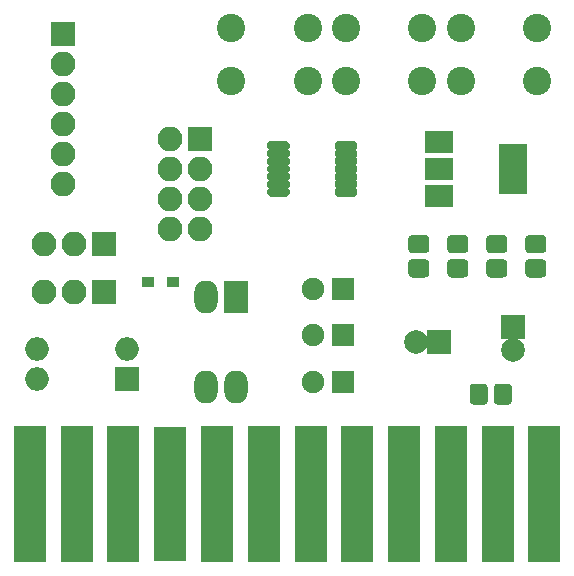
<source format=gbr>
%TF.GenerationSoftware,KiCad,Pcbnew,(5.1.6)-1*%
%TF.CreationDate,2020-09-04T20:31:26+02:00*%
%TF.ProjectId,c64modem,6336346d-6f64-4656-9d2e-6b696361645f,rev?*%
%TF.SameCoordinates,Original*%
%TF.FileFunction,Soldermask,Top*%
%TF.FilePolarity,Negative*%
%FSLAX46Y46*%
G04 Gerber Fmt 4.6, Leading zero omitted, Abs format (unit mm)*
G04 Created by KiCad (PCBNEW (5.1.6)-1) date 2020-09-04 20:31:26*
%MOMM*%
%LPD*%
G01*
G04 APERTURE LIST*
%ADD10R,2.400000X1.900000*%
%ADD11R,2.400000X4.200000*%
%ADD12O,2.100000X2.100000*%
%ADD13R,2.100000X2.100000*%
%ADD14O,2.000000X2.000000*%
%ADD15R,2.000000X2.000000*%
%ADD16C,2.400000*%
%ADD17O,1.900000X1.900000*%
%ADD18R,1.900000X1.900000*%
%ADD19R,1.000000X0.850000*%
%ADD20O,2.000000X2.800000*%
%ADD21R,2.000000X2.800000*%
%ADD22C,2.000000*%
%ADD23R,2.750000X11.500000*%
%ADD24R,2.750000X11.400000*%
G04 APERTURE END LIST*
D10*
%TO.C,U2*%
X161315000Y-75170000D03*
X161315000Y-79770000D03*
X161315000Y-77470000D03*
D11*
X167615000Y-77470000D03*
%TD*%
%TO.C,U1*%
G36*
G01*
X152547000Y-75705000D02*
X152547000Y-75305000D01*
G75*
G02*
X152747000Y-75105000I200000J0D01*
G01*
X154222000Y-75105000D01*
G75*
G02*
X154422000Y-75305000I0J-200000D01*
G01*
X154422000Y-75705000D01*
G75*
G02*
X154222000Y-75905000I-200000J0D01*
G01*
X152747000Y-75905000D01*
G75*
G02*
X152547000Y-75705000I0J200000D01*
G01*
G37*
G36*
G01*
X152547000Y-76355000D02*
X152547000Y-75955000D01*
G75*
G02*
X152747000Y-75755000I200000J0D01*
G01*
X154222000Y-75755000D01*
G75*
G02*
X154422000Y-75955000I0J-200000D01*
G01*
X154422000Y-76355000D01*
G75*
G02*
X154222000Y-76555000I-200000J0D01*
G01*
X152747000Y-76555000D01*
G75*
G02*
X152547000Y-76355000I0J200000D01*
G01*
G37*
G36*
G01*
X152547000Y-77005000D02*
X152547000Y-76605000D01*
G75*
G02*
X152747000Y-76405000I200000J0D01*
G01*
X154222000Y-76405000D01*
G75*
G02*
X154422000Y-76605000I0J-200000D01*
G01*
X154422000Y-77005000D01*
G75*
G02*
X154222000Y-77205000I-200000J0D01*
G01*
X152747000Y-77205000D01*
G75*
G02*
X152547000Y-77005000I0J200000D01*
G01*
G37*
G36*
G01*
X152547000Y-77655000D02*
X152547000Y-77255000D01*
G75*
G02*
X152747000Y-77055000I200000J0D01*
G01*
X154222000Y-77055000D01*
G75*
G02*
X154422000Y-77255000I0J-200000D01*
G01*
X154422000Y-77655000D01*
G75*
G02*
X154222000Y-77855000I-200000J0D01*
G01*
X152747000Y-77855000D01*
G75*
G02*
X152547000Y-77655000I0J200000D01*
G01*
G37*
G36*
G01*
X152547000Y-78305000D02*
X152547000Y-77905000D01*
G75*
G02*
X152747000Y-77705000I200000J0D01*
G01*
X154222000Y-77705000D01*
G75*
G02*
X154422000Y-77905000I0J-200000D01*
G01*
X154422000Y-78305000D01*
G75*
G02*
X154222000Y-78505000I-200000J0D01*
G01*
X152747000Y-78505000D01*
G75*
G02*
X152547000Y-78305000I0J200000D01*
G01*
G37*
G36*
G01*
X152547000Y-78955000D02*
X152547000Y-78555000D01*
G75*
G02*
X152747000Y-78355000I200000J0D01*
G01*
X154222000Y-78355000D01*
G75*
G02*
X154422000Y-78555000I0J-200000D01*
G01*
X154422000Y-78955000D01*
G75*
G02*
X154222000Y-79155000I-200000J0D01*
G01*
X152747000Y-79155000D01*
G75*
G02*
X152547000Y-78955000I0J200000D01*
G01*
G37*
G36*
G01*
X152547000Y-79605000D02*
X152547000Y-79205000D01*
G75*
G02*
X152747000Y-79005000I200000J0D01*
G01*
X154222000Y-79005000D01*
G75*
G02*
X154422000Y-79205000I0J-200000D01*
G01*
X154422000Y-79605000D01*
G75*
G02*
X154222000Y-79805000I-200000J0D01*
G01*
X152747000Y-79805000D01*
G75*
G02*
X152547000Y-79605000I0J200000D01*
G01*
G37*
G36*
G01*
X146822000Y-79605000D02*
X146822000Y-79205000D01*
G75*
G02*
X147022000Y-79005000I200000J0D01*
G01*
X148497000Y-79005000D01*
G75*
G02*
X148697000Y-79205000I0J-200000D01*
G01*
X148697000Y-79605000D01*
G75*
G02*
X148497000Y-79805000I-200000J0D01*
G01*
X147022000Y-79805000D01*
G75*
G02*
X146822000Y-79605000I0J200000D01*
G01*
G37*
G36*
G01*
X146822000Y-78955000D02*
X146822000Y-78555000D01*
G75*
G02*
X147022000Y-78355000I200000J0D01*
G01*
X148497000Y-78355000D01*
G75*
G02*
X148697000Y-78555000I0J-200000D01*
G01*
X148697000Y-78955000D01*
G75*
G02*
X148497000Y-79155000I-200000J0D01*
G01*
X147022000Y-79155000D01*
G75*
G02*
X146822000Y-78955000I0J200000D01*
G01*
G37*
G36*
G01*
X146822000Y-78305000D02*
X146822000Y-77905000D01*
G75*
G02*
X147022000Y-77705000I200000J0D01*
G01*
X148497000Y-77705000D01*
G75*
G02*
X148697000Y-77905000I0J-200000D01*
G01*
X148697000Y-78305000D01*
G75*
G02*
X148497000Y-78505000I-200000J0D01*
G01*
X147022000Y-78505000D01*
G75*
G02*
X146822000Y-78305000I0J200000D01*
G01*
G37*
G36*
G01*
X146822000Y-77655000D02*
X146822000Y-77255000D01*
G75*
G02*
X147022000Y-77055000I200000J0D01*
G01*
X148497000Y-77055000D01*
G75*
G02*
X148697000Y-77255000I0J-200000D01*
G01*
X148697000Y-77655000D01*
G75*
G02*
X148497000Y-77855000I-200000J0D01*
G01*
X147022000Y-77855000D01*
G75*
G02*
X146822000Y-77655000I0J200000D01*
G01*
G37*
G36*
G01*
X146822000Y-77005000D02*
X146822000Y-76605000D01*
G75*
G02*
X147022000Y-76405000I200000J0D01*
G01*
X148497000Y-76405000D01*
G75*
G02*
X148697000Y-76605000I0J-200000D01*
G01*
X148697000Y-77005000D01*
G75*
G02*
X148497000Y-77205000I-200000J0D01*
G01*
X147022000Y-77205000D01*
G75*
G02*
X146822000Y-77005000I0J200000D01*
G01*
G37*
G36*
G01*
X146822000Y-76355000D02*
X146822000Y-75955000D01*
G75*
G02*
X147022000Y-75755000I200000J0D01*
G01*
X148497000Y-75755000D01*
G75*
G02*
X148697000Y-75955000I0J-200000D01*
G01*
X148697000Y-76355000D01*
G75*
G02*
X148497000Y-76555000I-200000J0D01*
G01*
X147022000Y-76555000D01*
G75*
G02*
X146822000Y-76355000I0J200000D01*
G01*
G37*
G36*
G01*
X146822000Y-75705000D02*
X146822000Y-75305000D01*
G75*
G02*
X147022000Y-75105000I200000J0D01*
G01*
X148497000Y-75105000D01*
G75*
G02*
X148697000Y-75305000I0J-200000D01*
G01*
X148697000Y-75705000D01*
G75*
G02*
X148497000Y-75905000I-200000J0D01*
G01*
X147022000Y-75905000D01*
G75*
G02*
X146822000Y-75705000I0J200000D01*
G01*
G37*
%TD*%
D12*
%TO.C,ESP8266*%
X138557000Y-82550000D03*
X141097000Y-82550000D03*
X138557000Y-80010000D03*
X141097000Y-80010000D03*
X138557000Y-77470000D03*
X141097000Y-77470000D03*
X138557000Y-74930000D03*
D13*
X141097000Y-74930000D03*
%TD*%
D14*
%TO.C,SW1*%
X127317500Y-95250000D03*
X134937500Y-92710000D03*
X127317500Y-92710000D03*
D15*
X134937500Y-95250000D03*
%TD*%
D16*
%TO.C,SW4*%
X143741000Y-69977000D03*
X143741000Y-65477000D03*
X150241000Y-69977000D03*
X150241000Y-65477000D03*
%TD*%
%TO.C,SW3*%
X163172000Y-69977000D03*
X163172000Y-65477000D03*
X169672000Y-69977000D03*
X169672000Y-65477000D03*
%TD*%
%TO.C,SW2*%
X153443800Y-69977000D03*
X153443800Y-65477000D03*
X159943800Y-69977000D03*
X159943800Y-65477000D03*
%TD*%
%TO.C,R1*%
G36*
G01*
X165985000Y-97083044D02*
X165985000Y-95956956D01*
G75*
G02*
X166321956Y-95620000I336956J0D01*
G01*
X167198044Y-95620000D01*
G75*
G02*
X167535000Y-95956956I0J-336956D01*
G01*
X167535000Y-97083044D01*
G75*
G02*
X167198044Y-97420000I-336956J0D01*
G01*
X166321956Y-97420000D01*
G75*
G02*
X165985000Y-97083044I0J336956D01*
G01*
G37*
G36*
G01*
X163935000Y-97083044D02*
X163935000Y-95956956D01*
G75*
G02*
X164271956Y-95620000I336956J0D01*
G01*
X165148044Y-95620000D01*
G75*
G02*
X165485000Y-95956956I0J-336956D01*
G01*
X165485000Y-97083044D01*
G75*
G02*
X165148044Y-97420000I-336956J0D01*
G01*
X164271956Y-97420000D01*
G75*
G02*
X163935000Y-97083044I0J336956D01*
G01*
G37*
%TD*%
D12*
%TO.C,JP2*%
X127914400Y-83820000D03*
X130454400Y-83820000D03*
D13*
X132994400Y-83820000D03*
%TD*%
D12*
%TO.C,JP1*%
X127914400Y-87884000D03*
X130454400Y-87884000D03*
D13*
X132994400Y-87884000D03*
%TD*%
D12*
%TO.C,J1*%
X129540000Y-78740000D03*
X129540000Y-76200000D03*
X129540000Y-73660000D03*
X129540000Y-71120000D03*
X129540000Y-68580000D03*
D13*
X129540000Y-66040000D03*
%TD*%
D17*
%TO.C,D5*%
X150698200Y-87630000D03*
D18*
X153238200Y-87630000D03*
%TD*%
D19*
%TO.C,D4*%
X136745000Y-86995000D03*
X138845000Y-86995000D03*
%TD*%
D17*
%TO.C,D3*%
X150698200Y-91541600D03*
D18*
X153238200Y-91541600D03*
%TD*%
D17*
%TO.C,D2*%
X150698200Y-95504000D03*
D18*
X153238200Y-95504000D03*
%TD*%
D20*
%TO.C,D1*%
X144145000Y-95885000D03*
X141605000Y-88265000D03*
X141605000Y-95885000D03*
D21*
X144145000Y-88265000D03*
%TD*%
%TO.C,C7*%
G36*
G01*
X165679956Y-85095000D02*
X166806044Y-85095000D01*
G75*
G02*
X167143000Y-85431956I0J-336956D01*
G01*
X167143000Y-86308044D01*
G75*
G02*
X166806044Y-86645000I-336956J0D01*
G01*
X165679956Y-86645000D01*
G75*
G02*
X165343000Y-86308044I0J336956D01*
G01*
X165343000Y-85431956D01*
G75*
G02*
X165679956Y-85095000I336956J0D01*
G01*
G37*
G36*
G01*
X165679956Y-83045000D02*
X166806044Y-83045000D01*
G75*
G02*
X167143000Y-83381956I0J-336956D01*
G01*
X167143000Y-84258044D01*
G75*
G02*
X166806044Y-84595000I-336956J0D01*
G01*
X165679956Y-84595000D01*
G75*
G02*
X165343000Y-84258044I0J336956D01*
G01*
X165343000Y-83381956D01*
G75*
G02*
X165679956Y-83045000I336956J0D01*
G01*
G37*
%TD*%
D22*
%TO.C,C6*%
X167640000Y-92805000D03*
D15*
X167640000Y-90805000D03*
%TD*%
%TO.C,C5*%
G36*
G01*
X159075956Y-85095000D02*
X160202044Y-85095000D01*
G75*
G02*
X160539000Y-85431956I0J-336956D01*
G01*
X160539000Y-86308044D01*
G75*
G02*
X160202044Y-86645000I-336956J0D01*
G01*
X159075956Y-86645000D01*
G75*
G02*
X158739000Y-86308044I0J336956D01*
G01*
X158739000Y-85431956D01*
G75*
G02*
X159075956Y-85095000I336956J0D01*
G01*
G37*
G36*
G01*
X159075956Y-83045000D02*
X160202044Y-83045000D01*
G75*
G02*
X160539000Y-83381956I0J-336956D01*
G01*
X160539000Y-84258044D01*
G75*
G02*
X160202044Y-84595000I-336956J0D01*
G01*
X159075956Y-84595000D01*
G75*
G02*
X158739000Y-84258044I0J336956D01*
G01*
X158739000Y-83381956D01*
G75*
G02*
X159075956Y-83045000I336956J0D01*
G01*
G37*
%TD*%
D22*
%TO.C,C3*%
X159385000Y-92075000D03*
D15*
X161385000Y-92075000D03*
%TD*%
%TO.C,C2*%
G36*
G01*
X162377956Y-85095000D02*
X163504044Y-85095000D01*
G75*
G02*
X163841000Y-85431956I0J-336956D01*
G01*
X163841000Y-86308044D01*
G75*
G02*
X163504044Y-86645000I-336956J0D01*
G01*
X162377956Y-86645000D01*
G75*
G02*
X162041000Y-86308044I0J336956D01*
G01*
X162041000Y-85431956D01*
G75*
G02*
X162377956Y-85095000I336956J0D01*
G01*
G37*
G36*
G01*
X162377956Y-83045000D02*
X163504044Y-83045000D01*
G75*
G02*
X163841000Y-83381956I0J-336956D01*
G01*
X163841000Y-84258044D01*
G75*
G02*
X163504044Y-84595000I-336956J0D01*
G01*
X162377956Y-84595000D01*
G75*
G02*
X162041000Y-84258044I0J336956D01*
G01*
X162041000Y-83381956D01*
G75*
G02*
X162377956Y-83045000I336956J0D01*
G01*
G37*
%TD*%
%TO.C,C1*%
G36*
G01*
X170108044Y-84595000D02*
X168981956Y-84595000D01*
G75*
G02*
X168645000Y-84258044I0J336956D01*
G01*
X168645000Y-83381956D01*
G75*
G02*
X168981956Y-83045000I336956J0D01*
G01*
X170108044Y-83045000D01*
G75*
G02*
X170445000Y-83381956I0J-336956D01*
G01*
X170445000Y-84258044D01*
G75*
G02*
X170108044Y-84595000I-336956J0D01*
G01*
G37*
G36*
G01*
X170108044Y-86645000D02*
X168981956Y-86645000D01*
G75*
G02*
X168645000Y-86308044I0J336956D01*
G01*
X168645000Y-85431956D01*
G75*
G02*
X168981956Y-85095000I336956J0D01*
G01*
X170108044Y-85095000D01*
G75*
G02*
X170445000Y-85431956I0J-336956D01*
G01*
X170445000Y-86308044D01*
G75*
G02*
X170108044Y-86645000I-336956J0D01*
G01*
G37*
%TD*%
D23*
%TO.C,CN1*%
X126716100Y-105003600D03*
X130676100Y-105003600D03*
X134636100Y-105003600D03*
D24*
X138596100Y-105003600D03*
D23*
X142556100Y-105003600D03*
X146516100Y-105003600D03*
X150476100Y-105003600D03*
X154436100Y-105003600D03*
X158396100Y-105003600D03*
X162356100Y-105003600D03*
X166316100Y-105003600D03*
X170276100Y-105003600D03*
%TD*%
M02*

</source>
